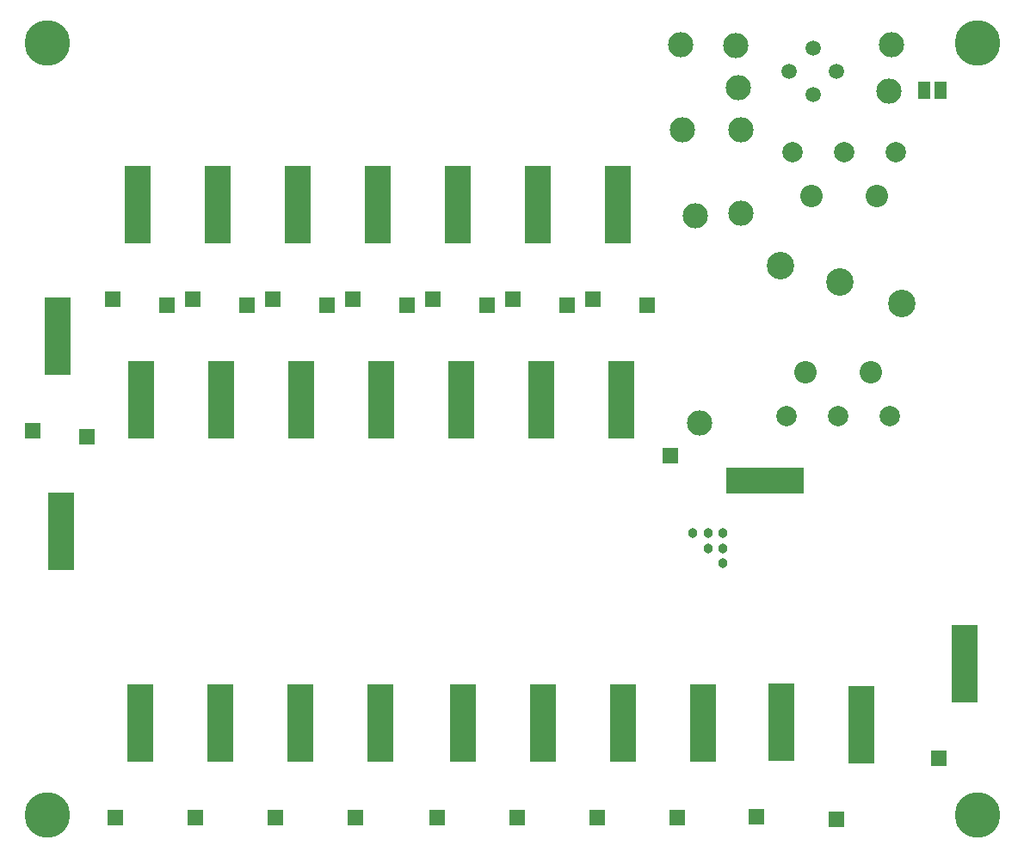
<source format=gts>
G75*
%MOIN*%
%OFA0B0*%
%FSLAX25Y25*%
%IPPOS*%
%LPD*%
%AMOC8*
5,1,8,0,0,1.08239X$1,22.5*
%
%ADD10C,0.10643*%
%ADD11C,0.05950*%
%ADD12R,0.04737X0.06509*%
%ADD13R,0.10052X0.30328*%
%ADD14R,0.05950X0.05950*%
%ADD15R,0.30328X0.10052*%
%ADD16C,0.09800*%
%ADD17C,0.07887*%
%ADD18C,0.08674*%
%ADD19C,0.17635*%
%ADD20C,0.03800*%
D10*
X0331603Y0267587D03*
X0354635Y0261288D03*
X0378729Y0252981D03*
D11*
X0344124Y0333906D03*
X0335093Y0342934D03*
X0344124Y0351961D03*
X0353156Y0342934D03*
D12*
X0387178Y0335517D03*
X0393635Y0335517D03*
D13*
X0268627Y0291186D03*
X0237627Y0291186D03*
X0206627Y0291186D03*
X0175627Y0291186D03*
X0144627Y0291186D03*
X0113627Y0291186D03*
X0082627Y0291186D03*
X0051627Y0240186D03*
X0084068Y0215414D03*
X0115068Y0215414D03*
X0146068Y0215414D03*
X0177068Y0215414D03*
X0208068Y0215414D03*
X0239068Y0215414D03*
X0270068Y0215414D03*
X0402800Y0113083D03*
X0363099Y0089595D03*
X0332099Y0090398D03*
X0301603Y0090186D03*
X0270603Y0090186D03*
X0239603Y0090186D03*
X0208603Y0090186D03*
X0176627Y0090186D03*
X0145627Y0090186D03*
X0114627Y0090186D03*
X0083627Y0090186D03*
X0053068Y0164414D03*
D14*
X0062910Y0201068D03*
X0041784Y0203532D03*
X0093910Y0252068D03*
X0103784Y0254532D03*
X0124910Y0252068D03*
X0134784Y0254532D03*
X0155910Y0252068D03*
X0165784Y0254532D03*
X0186910Y0252068D03*
X0196784Y0254532D03*
X0217910Y0252068D03*
X0227784Y0254532D03*
X0248910Y0252068D03*
X0258784Y0254532D03*
X0279910Y0252068D03*
X0289052Y0193934D03*
X0392957Y0076430D03*
X0353257Y0052942D03*
X0322257Y0053745D03*
X0291761Y0053532D03*
X0260761Y0053532D03*
X0229761Y0053532D03*
X0198761Y0053532D03*
X0166784Y0053532D03*
X0135784Y0053532D03*
X0104784Y0053532D03*
X0073784Y0053532D03*
X0072784Y0254532D03*
D15*
X0325706Y0184091D03*
D16*
X0300367Y0206587D03*
X0298532Y0286879D03*
X0316249Y0287863D03*
X0316249Y0320343D03*
X0315383Y0336580D03*
X0293611Y0320343D03*
X0292934Y0353304D03*
X0314194Y0352706D03*
X0374517Y0353083D03*
X0373658Y0335296D03*
D17*
X0376288Y0311485D03*
X0356288Y0311485D03*
X0336288Y0311485D03*
X0333965Y0209123D03*
X0353965Y0209123D03*
X0373965Y0209123D03*
D18*
X0366761Y0226052D03*
X0341170Y0226052D03*
X0343493Y0294556D03*
X0369083Y0294556D03*
D19*
X0047548Y0054595D03*
X0047548Y0353808D03*
X0407784Y0353808D03*
X0407784Y0054595D03*
D20*
X0309359Y0152036D03*
X0309359Y0157942D03*
X0309359Y0163847D03*
X0303454Y0163847D03*
X0303454Y0157942D03*
X0297548Y0163847D03*
M02*

</source>
